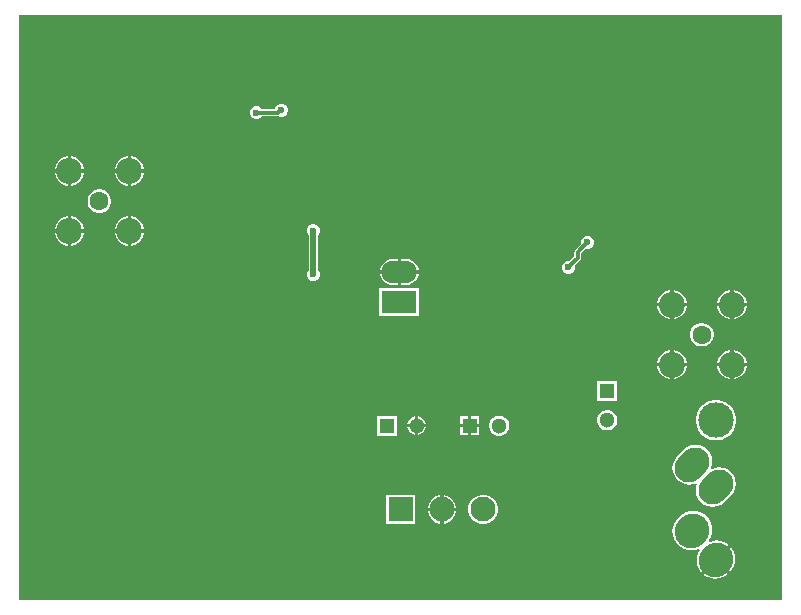
<source format=gbl>
G04*
G04 #@! TF.GenerationSoftware,Altium Limited,Altium Designer,21.9.1 (22)*
G04*
G04 Layer_Physical_Order=2*
G04 Layer_Color=16711680*
%FSAX44Y44*%
%MOMM*%
G71*
G04*
G04 #@! TF.SameCoordinates,86785AD5-1920-4A7D-B972-61179B801B7D*
G04*
G04*
G04 #@! TF.FilePolarity,Positive*
G04*
G01*
G75*
%ADD34C,2.2000*%
%ADD48C,0.3000*%
%ADD49C,0.5000*%
%ADD50O,3.0000X1.9000*%
%ADD51R,3.0000X1.9000*%
%ADD52C,1.6000*%
%ADD53R,1.3000X1.3000*%
%ADD54C,1.3000*%
G04:AMPARAMS|DCode=55|XSize=2.4mm|YSize=3.2mm|CornerRadius=0mm|HoleSize=0mm|Usage=FLASHONLY|Rotation=135.000|XOffset=0mm|YOffset=0mm|HoleType=Round|Shape=Round|*
%AMOVALD55*
21,1,0.8000,2.4000,0.0000,0.0000,225.0*
1,1,2.4000,0.2828,0.2828*
1,1,2.4000,-0.2828,-0.2828*
%
%ADD55OVALD55*%

G04:AMPARAMS|DCode=56|XSize=2.8mm|YSize=3mm|CornerRadius=0mm|HoleSize=0mm|Usage=FLASHONLY|Rotation=135.000|XOffset=0mm|YOffset=0mm|HoleType=Round|Shape=Round|*
%AMOVALD56*
21,1,0.2000,2.8000,0.0000,0.0000,225.0*
1,1,2.8000,0.0707,0.0707*
1,1,2.8000,-0.0707,-0.0707*
%
%ADD56OVALD56*%

%ADD57C,3.0000*%
%ADD58C,2.1000*%
%ADD59R,2.1000X2.1000*%
%ADD60R,1.3000X1.3000*%
%ADD61C,5.0000*%
%ADD62C,0.7000*%
%ADD63C,0.6000*%
G36*
X01998000Y01202000D02*
X01352000D01*
Y01698000D01*
X01998000D01*
Y01202000D01*
D02*
G37*
%LPC*%
G36*
X01575102Y01622540D02*
X01572898D01*
X01570862Y01621697D01*
X01569303Y01620138D01*
X01568460Y01618102D01*
Y01617824D01*
X01557827D01*
X01557697Y01618138D01*
X01556138Y01619697D01*
X01554102Y01620540D01*
X01551898D01*
X01549862Y01619697D01*
X01548303Y01618138D01*
X01547460Y01616102D01*
Y01613898D01*
X01548303Y01611862D01*
X01549862Y01610303D01*
X01551898Y01609460D01*
X01554102D01*
X01556138Y01610303D01*
X01557697Y01611862D01*
X01557827Y01612176D01*
X01571170D01*
X01572898Y01611460D01*
X01575102D01*
X01577138Y01612303D01*
X01578697Y01613862D01*
X01579540Y01615898D01*
Y01618102D01*
X01578697Y01620138D01*
X01577138Y01621697D01*
X01575102Y01622540D01*
D02*
G37*
G36*
X01396246Y01577900D02*
X01396100D01*
Y01566900D01*
X01407100D01*
Y01567046D01*
X01406248Y01570225D01*
X01404603Y01573075D01*
X01402275Y01575403D01*
X01399425Y01577048D01*
X01396246Y01577900D01*
D02*
G37*
G36*
X01447046D02*
X01446900D01*
Y01566900D01*
X01457900D01*
Y01567046D01*
X01457048Y01570225D01*
X01455403Y01573075D01*
X01453075Y01575403D01*
X01450225Y01577048D01*
X01447046Y01577900D01*
D02*
G37*
G36*
X01443900D02*
X01443754D01*
X01440575Y01577048D01*
X01437725Y01575403D01*
X01435397Y01573075D01*
X01433752Y01570225D01*
X01432900Y01567046D01*
Y01566900D01*
X01443900D01*
Y01577900D01*
D02*
G37*
G36*
X01393100D02*
X01392954D01*
X01389775Y01577048D01*
X01386925Y01575403D01*
X01384597Y01573075D01*
X01382952Y01570225D01*
X01382100Y01567046D01*
Y01566900D01*
X01393100D01*
Y01577900D01*
D02*
G37*
G36*
X01457900Y01563900D02*
X01446900D01*
Y01552900D01*
X01447046D01*
X01450225Y01553752D01*
X01453075Y01555397D01*
X01455403Y01557725D01*
X01457048Y01560575D01*
X01457900Y01563754D01*
Y01563900D01*
D02*
G37*
G36*
X01443900D02*
X01432900D01*
Y01563754D01*
X01433752Y01560575D01*
X01435397Y01557725D01*
X01437725Y01555397D01*
X01440575Y01553752D01*
X01443754Y01552900D01*
X01443900D01*
Y01563900D01*
D02*
G37*
G36*
X01407100D02*
X01396100D01*
Y01552900D01*
X01396246D01*
X01399425Y01553752D01*
X01402275Y01555397D01*
X01404603Y01557725D01*
X01406248Y01560575D01*
X01407100Y01563754D01*
Y01563900D01*
D02*
G37*
G36*
X01393100D02*
X01382100D01*
Y01563754D01*
X01382952Y01560575D01*
X01384597Y01557725D01*
X01386925Y01555397D01*
X01389775Y01553752D01*
X01392954Y01552900D01*
X01393100D01*
Y01563900D01*
D02*
G37*
G36*
X01421317Y01550000D02*
X01418683D01*
X01416140Y01549319D01*
X01413860Y01548002D01*
X01411998Y01546140D01*
X01410681Y01543860D01*
X01410000Y01541317D01*
Y01538683D01*
X01410681Y01536140D01*
X01411998Y01533860D01*
X01413860Y01531998D01*
X01416140Y01530681D01*
X01418683Y01530000D01*
X01421317D01*
X01423860Y01530681D01*
X01426140Y01531998D01*
X01428002Y01533860D01*
X01429319Y01536140D01*
X01430000Y01538683D01*
Y01541317D01*
X01429319Y01543860D01*
X01428002Y01546140D01*
X01426140Y01548002D01*
X01423860Y01549319D01*
X01421317Y01550000D01*
D02*
G37*
G36*
X01447046Y01527100D02*
X01446900D01*
Y01516100D01*
X01457900D01*
Y01516246D01*
X01457048Y01519425D01*
X01455403Y01522275D01*
X01453075Y01524603D01*
X01450225Y01526248D01*
X01447046Y01527100D01*
D02*
G37*
G36*
X01443900D02*
X01443754D01*
X01440575Y01526248D01*
X01437725Y01524603D01*
X01435397Y01522275D01*
X01433752Y01519425D01*
X01432900Y01516246D01*
Y01516100D01*
X01443900D01*
Y01527100D01*
D02*
G37*
G36*
X01396246D02*
X01396100D01*
Y01516100D01*
X01407100D01*
Y01516246D01*
X01406248Y01519425D01*
X01404603Y01522275D01*
X01402275Y01524603D01*
X01399425Y01526248D01*
X01396246Y01527100D01*
D02*
G37*
G36*
X01393100D02*
X01392954D01*
X01389775Y01526248D01*
X01386925Y01524603D01*
X01384597Y01522275D01*
X01382952Y01519425D01*
X01382100Y01516246D01*
Y01516100D01*
X01393100D01*
Y01527100D01*
D02*
G37*
G36*
X01457900Y01513100D02*
X01446900D01*
Y01502100D01*
X01447046D01*
X01450225Y01502952D01*
X01453075Y01504597D01*
X01455403Y01506925D01*
X01457048Y01509775D01*
X01457900Y01512954D01*
Y01513100D01*
D02*
G37*
G36*
X01443900D02*
X01432900D01*
Y01512954D01*
X01433752Y01509775D01*
X01435397Y01506925D01*
X01437725Y01504597D01*
X01440575Y01502952D01*
X01443754Y01502100D01*
X01443900D01*
Y01513100D01*
D02*
G37*
G36*
X01407100Y01513100D02*
X01396100D01*
Y01502100D01*
X01396246D01*
X01399425Y01502952D01*
X01402275Y01504597D01*
X01404603Y01506925D01*
X01406248Y01509775D01*
X01407100Y01512954D01*
Y01513100D01*
D02*
G37*
G36*
X01393100D02*
X01382100D01*
Y01512954D01*
X01382952Y01509775D01*
X01384597Y01506925D01*
X01386925Y01504597D01*
X01389775Y01502952D01*
X01392954Y01502100D01*
X01393100D01*
Y01513100D01*
D02*
G37*
G36*
X01834142Y01510540D02*
X01831938D01*
X01829902Y01509697D01*
X01828343Y01508138D01*
X01827500Y01506102D01*
Y01503898D01*
X01827630Y01503584D01*
X01823023Y01498977D01*
X01822411Y01498061D01*
X01822196Y01496980D01*
X01822196Y01496980D01*
Y01493190D01*
X01818416Y01489410D01*
X01818102Y01489540D01*
X01815898D01*
X01813862Y01488697D01*
X01812303Y01487138D01*
X01811460Y01485102D01*
Y01482898D01*
X01812303Y01480862D01*
X01813862Y01479303D01*
X01815898Y01478460D01*
X01818102D01*
X01820138Y01479303D01*
X01821697Y01480862D01*
X01822540Y01482898D01*
Y01485102D01*
X01822410Y01485416D01*
X01827017Y01490023D01*
X01827017Y01490023D01*
X01827629Y01490939D01*
X01827844Y01492020D01*
X01827844Y01492020D01*
Y01495810D01*
X01831624Y01499590D01*
X01831938Y01499460D01*
X01834142D01*
X01836178Y01500303D01*
X01837737Y01501862D01*
X01838580Y01503898D01*
Y01506102D01*
X01837737Y01508138D01*
X01836178Y01509697D01*
X01834142Y01510540D01*
D02*
G37*
G36*
X01679500Y01491095D02*
X01675500D01*
Y01481500D01*
X01690397D01*
X01690217Y01482872D01*
X01689108Y01485547D01*
X01687345Y01487845D01*
X01685047Y01489608D01*
X01682372Y01490717D01*
X01679500Y01491095D01*
D02*
G37*
G36*
X01672500D02*
X01668500D01*
X01665628Y01490717D01*
X01662953Y01489608D01*
X01660655Y01487845D01*
X01658891Y01485547D01*
X01657783Y01482872D01*
X01657603Y01481500D01*
X01672500D01*
Y01491095D01*
D02*
G37*
G36*
X01602102Y01520540D02*
X01599898D01*
X01597862Y01519697D01*
X01596303Y01518138D01*
X01595460Y01516102D01*
Y01513898D01*
X01596303Y01511862D01*
X01597156Y01511009D01*
Y01481991D01*
X01596303Y01481138D01*
X01595460Y01479102D01*
Y01476898D01*
X01596303Y01474862D01*
X01597862Y01473303D01*
X01599898Y01472460D01*
X01602102D01*
X01604138Y01473303D01*
X01605697Y01474862D01*
X01606540Y01476898D01*
Y01479102D01*
X01605697Y01481138D01*
X01604844Y01481991D01*
Y01511009D01*
X01605697Y01511862D01*
X01606540Y01513898D01*
Y01516102D01*
X01605697Y01518138D01*
X01604138Y01519697D01*
X01602102Y01520540D01*
D02*
G37*
G36*
X01690397Y01478500D02*
X01675500D01*
Y01468905D01*
X01679500D01*
X01682372Y01469283D01*
X01685047Y01470392D01*
X01687345Y01472155D01*
X01689108Y01474453D01*
X01690217Y01477128D01*
X01690397Y01478500D01*
D02*
G37*
G36*
X01672500D02*
X01657603D01*
X01657783Y01477128D01*
X01658891Y01474453D01*
X01660655Y01472155D01*
X01662953Y01470392D01*
X01665628Y01469283D01*
X01668500Y01468905D01*
X01672500D01*
Y01478500D01*
D02*
G37*
G36*
X01957046Y01464900D02*
X01956900D01*
Y01453900D01*
X01967900D01*
Y01454046D01*
X01967048Y01457225D01*
X01965403Y01460075D01*
X01963075Y01462402D01*
X01960225Y01464048D01*
X01957046Y01464900D01*
D02*
G37*
G36*
X01953900D02*
X01953754D01*
X01950575Y01464048D01*
X01947725Y01462402D01*
X01945397Y01460075D01*
X01943752Y01457225D01*
X01942900Y01454046D01*
Y01453900D01*
X01953900D01*
Y01464900D01*
D02*
G37*
G36*
X01906246D02*
X01906100D01*
Y01453900D01*
X01917100D01*
Y01454046D01*
X01916248Y01457225D01*
X01914603Y01460075D01*
X01912275Y01462402D01*
X01909425Y01464048D01*
X01906246Y01464900D01*
D02*
G37*
G36*
X01903100D02*
X01902954D01*
X01899775Y01464048D01*
X01896925Y01462402D01*
X01894597Y01460075D01*
X01892952Y01457225D01*
X01892100Y01454046D01*
Y01453900D01*
X01903100D01*
Y01464900D01*
D02*
G37*
G36*
X01691000Y01466100D02*
X01657000D01*
Y01443100D01*
X01691000D01*
Y01466100D01*
D02*
G37*
G36*
X01967900Y01450900D02*
X01956900D01*
Y01439900D01*
X01957046D01*
X01960225Y01440752D01*
X01963075Y01442397D01*
X01965403Y01444725D01*
X01967048Y01447575D01*
X01967900Y01450754D01*
Y01450900D01*
D02*
G37*
G36*
X01953900D02*
X01942900D01*
Y01450754D01*
X01943752Y01447575D01*
X01945397Y01444725D01*
X01947725Y01442397D01*
X01950575Y01440752D01*
X01953754Y01439900D01*
X01953900D01*
Y01450900D01*
D02*
G37*
G36*
X01917100Y01450900D02*
X01906100D01*
Y01439900D01*
X01906246D01*
X01909425Y01440752D01*
X01912275Y01442397D01*
X01914603Y01444725D01*
X01916248Y01447575D01*
X01917100Y01450754D01*
Y01450900D01*
D02*
G37*
G36*
X01903100D02*
X01892100D01*
Y01450754D01*
X01892952Y01447575D01*
X01894597Y01444725D01*
X01896925Y01442397D01*
X01899775Y01440752D01*
X01902954Y01439900D01*
X01903100D01*
Y01450900D01*
D02*
G37*
G36*
X01931317Y01437000D02*
X01928683D01*
X01926140Y01436319D01*
X01923860Y01435002D01*
X01921998Y01433140D01*
X01920681Y01430860D01*
X01920000Y01428316D01*
Y01425683D01*
X01920681Y01423140D01*
X01921998Y01420860D01*
X01923860Y01418998D01*
X01926140Y01417681D01*
X01928683Y01417000D01*
X01931317D01*
X01933860Y01417681D01*
X01936140Y01418998D01*
X01938002Y01420860D01*
X01939319Y01423140D01*
X01940000Y01425683D01*
Y01428316D01*
X01939319Y01430860D01*
X01938002Y01433140D01*
X01936140Y01435002D01*
X01933860Y01436319D01*
X01931317Y01437000D01*
D02*
G37*
G36*
X01957046Y01414100D02*
X01956900D01*
Y01403100D01*
X01967900D01*
Y01403246D01*
X01967048Y01406425D01*
X01965403Y01409275D01*
X01963075Y01411602D01*
X01960225Y01413248D01*
X01957046Y01414100D01*
D02*
G37*
G36*
X01953900D02*
X01953754D01*
X01950575Y01413248D01*
X01947725Y01411602D01*
X01945397Y01409275D01*
X01943752Y01406425D01*
X01942900Y01403246D01*
Y01403100D01*
X01953900D01*
Y01414100D01*
D02*
G37*
G36*
X01906246D02*
X01906100D01*
Y01403100D01*
X01917100D01*
Y01403246D01*
X01916248Y01406425D01*
X01914603Y01409275D01*
X01912275Y01411602D01*
X01909425Y01413248D01*
X01906246Y01414100D01*
D02*
G37*
G36*
X01903100D02*
X01902954D01*
X01899775Y01413248D01*
X01896925Y01411602D01*
X01894597Y01409275D01*
X01892952Y01406425D01*
X01892100Y01403246D01*
Y01403100D01*
X01903100D01*
Y01414100D01*
D02*
G37*
G36*
X01967900Y01400100D02*
X01956900D01*
Y01389100D01*
X01957046D01*
X01960225Y01389952D01*
X01963075Y01391597D01*
X01965403Y01393925D01*
X01967048Y01396775D01*
X01967900Y01399954D01*
Y01400100D01*
D02*
G37*
G36*
X01953900D02*
X01942900D01*
Y01399954D01*
X01943752Y01396775D01*
X01945397Y01393925D01*
X01947725Y01391597D01*
X01950575Y01389952D01*
X01953754Y01389100D01*
X01953900D01*
Y01400100D01*
D02*
G37*
G36*
X01917100Y01400100D02*
X01906100D01*
Y01389100D01*
X01906246D01*
X01909425Y01389952D01*
X01912275Y01391597D01*
X01914603Y01393925D01*
X01916248Y01396775D01*
X01917100Y01399954D01*
Y01400100D01*
D02*
G37*
G36*
X01903100D02*
X01892100D01*
Y01399954D01*
X01892952Y01396775D01*
X01894597Y01393925D01*
X01896925Y01391597D01*
X01899775Y01389952D01*
X01902954Y01389100D01*
X01903100D01*
Y01400100D01*
D02*
G37*
G36*
X01858500Y01388000D02*
X01841500D01*
Y01371000D01*
X01858500D01*
Y01388000D01*
D02*
G37*
G36*
X01741500Y01358000D02*
X01735000D01*
Y01351500D01*
X01741500D01*
Y01358000D01*
D02*
G37*
G36*
X01690000Y01357880D02*
Y01351500D01*
X01696380D01*
X01695955Y01353088D01*
X01694902Y01354912D01*
X01693412Y01356402D01*
X01691588Y01357455D01*
X01690000Y01357880D01*
D02*
G37*
G36*
X01687000Y01357880D02*
X01685412Y01357455D01*
X01683588Y01356402D01*
X01682098Y01354912D01*
X01681045Y01353088D01*
X01680620Y01351500D01*
X01687000D01*
Y01357880D01*
D02*
G37*
G36*
X01732000Y01358000D02*
X01725500D01*
Y01351500D01*
X01732000D01*
Y01358000D01*
D02*
G37*
G36*
X01851119Y01363000D02*
X01848881D01*
X01846719Y01362421D01*
X01844781Y01361302D01*
X01843198Y01359719D01*
X01842079Y01357781D01*
X01841500Y01355619D01*
Y01353381D01*
X01842079Y01351219D01*
X01843198Y01349281D01*
X01844781Y01347698D01*
X01846719Y01346579D01*
X01848881Y01346000D01*
X01851119D01*
X01853281Y01346579D01*
X01855219Y01347698D01*
X01856802Y01349281D01*
X01857921Y01351219D01*
X01858500Y01353381D01*
Y01355619D01*
X01857921Y01357781D01*
X01856802Y01359719D01*
X01855219Y01361302D01*
X01853281Y01362421D01*
X01851119Y01363000D01*
D02*
G37*
G36*
X01687000Y01348500D02*
X01680620D01*
X01681045Y01346912D01*
X01682098Y01345088D01*
X01683588Y01343598D01*
X01685412Y01342545D01*
X01687000Y01342120D01*
Y01348500D01*
D02*
G37*
G36*
X01696380D02*
X01690000D01*
Y01342120D01*
X01691588Y01342545D01*
X01693412Y01343598D01*
X01694902Y01345088D01*
X01695955Y01346912D01*
X01696380Y01348500D01*
D02*
G37*
G36*
X01741500D02*
X01735000D01*
Y01342000D01*
X01741500D01*
Y01348500D01*
D02*
G37*
G36*
X01732000D02*
X01725500D01*
Y01342000D01*
X01732000D01*
Y01348500D01*
D02*
G37*
G36*
X01759619Y01358500D02*
X01757381D01*
X01755219Y01357921D01*
X01753281Y01356802D01*
X01751698Y01355219D01*
X01750579Y01353281D01*
X01750000Y01351119D01*
Y01348881D01*
X01750579Y01346719D01*
X01751698Y01344781D01*
X01753281Y01343198D01*
X01755219Y01342079D01*
X01757381Y01341500D01*
X01759619D01*
X01761781Y01342079D01*
X01763719Y01343198D01*
X01765302Y01344781D01*
X01766421Y01346719D01*
X01767000Y01348881D01*
Y01351119D01*
X01766421Y01353281D01*
X01765302Y01355219D01*
X01763719Y01356802D01*
X01761781Y01357921D01*
X01759619Y01358500D01*
D02*
G37*
G36*
X01672000D02*
X01655000D01*
Y01341500D01*
X01672000D01*
Y01358500D01*
D02*
G37*
G36*
X01943674Y01371500D02*
X01940326D01*
X01937041Y01370847D01*
X01933947Y01369565D01*
X01931163Y01367705D01*
X01928795Y01365337D01*
X01926935Y01362552D01*
X01925653Y01359459D01*
X01925000Y01356174D01*
Y01352826D01*
X01925653Y01349541D01*
X01926935Y01346447D01*
X01928795Y01343663D01*
X01931163Y01341295D01*
X01933947Y01339435D01*
X01937041Y01338153D01*
X01940326Y01337500D01*
X01943674D01*
X01946959Y01338153D01*
X01950052Y01339435D01*
X01952837Y01341295D01*
X01955205Y01343663D01*
X01957065Y01346447D01*
X01958347Y01349541D01*
X01959000Y01352826D01*
Y01356174D01*
X01958347Y01359459D01*
X01957065Y01362552D01*
X01955205Y01365337D01*
X01952837Y01367705D01*
X01950052Y01369565D01*
X01946959Y01370847D01*
X01943674Y01371500D01*
D02*
G37*
G36*
X01924828Y01333949D02*
X01921174Y01333468D01*
X01917768Y01332057D01*
X01914843Y01329813D01*
X01909187Y01324156D01*
X01906943Y01321232D01*
X01905532Y01317826D01*
X01905051Y01314172D01*
X01905532Y01310517D01*
X01906943Y01307111D01*
X01909187Y01304187D01*
X01912111Y01301943D01*
X01915517Y01300532D01*
X01919172Y01300051D01*
X01922826Y01300532D01*
X01925286Y01301551D01*
X01926258Y01300579D01*
X01925532Y01298826D01*
X01925051Y01295172D01*
X01925532Y01291517D01*
X01926943Y01288111D01*
X01929187Y01285187D01*
X01932111Y01282943D01*
X01935517Y01281532D01*
X01939172Y01281051D01*
X01942826Y01281532D01*
X01946232Y01282943D01*
X01949156Y01285187D01*
X01954813Y01290844D01*
X01957057Y01293768D01*
X01958468Y01297174D01*
X01958949Y01300828D01*
X01958468Y01304483D01*
X01957057Y01307889D01*
X01954813Y01310813D01*
X01951889Y01313057D01*
X01948483Y01314468D01*
X01944828Y01314949D01*
X01941174Y01314468D01*
X01938714Y01313449D01*
X01937742Y01314421D01*
X01938468Y01316174D01*
X01938949Y01319828D01*
X01938468Y01323483D01*
X01937057Y01326889D01*
X01934813Y01329813D01*
X01931889Y01332057D01*
X01928483Y01333468D01*
X01924828Y01333949D01*
D02*
G37*
G36*
X01711580Y01291001D02*
X01711500D01*
Y01280501D01*
X01722000D01*
Y01280581D01*
X01721182Y01283633D01*
X01719602Y01286369D01*
X01717368Y01288603D01*
X01714632Y01290183D01*
X01711580Y01291001D01*
D02*
G37*
G36*
X01708500D02*
X01708420D01*
X01705368Y01290183D01*
X01702632Y01288603D01*
X01700397Y01286369D01*
X01698818Y01283633D01*
X01698000Y01280581D01*
Y01280501D01*
X01708500D01*
Y01291001D01*
D02*
G37*
G36*
X01722000Y01277501D02*
X01711500D01*
Y01267001D01*
X01711580D01*
X01714632Y01267819D01*
X01717368Y01269398D01*
X01719602Y01271633D01*
X01721182Y01274369D01*
X01722000Y01277421D01*
Y01277501D01*
D02*
G37*
G36*
X01708500D02*
X01698000D01*
Y01277421D01*
X01698818Y01274369D01*
X01700397Y01271633D01*
X01702632Y01269398D01*
X01705368Y01267819D01*
X01708420Y01267001D01*
X01708500D01*
Y01277501D01*
D02*
G37*
G36*
X01746646Y01291501D02*
X01743354D01*
X01740175Y01290649D01*
X01737325Y01289003D01*
X01734997Y01286676D01*
X01733352Y01283826D01*
X01732500Y01280647D01*
Y01277355D01*
X01733352Y01274176D01*
X01734997Y01271326D01*
X01737325Y01268998D01*
X01740175Y01267353D01*
X01743354Y01266501D01*
X01746646D01*
X01749825Y01267353D01*
X01752675Y01268998D01*
X01755002Y01271326D01*
X01756648Y01274176D01*
X01757500Y01277355D01*
Y01280647D01*
X01756648Y01283826D01*
X01755002Y01286676D01*
X01752675Y01289003D01*
X01749825Y01290649D01*
X01746646Y01291501D01*
D02*
G37*
G36*
X01687500D02*
X01662500D01*
Y01266501D01*
X01687500D01*
Y01291501D01*
D02*
G37*
G36*
X01954677Y01247055D02*
X01944122Y01236500D01*
X01954039Y01226582D01*
X01955657Y01228554D01*
X01957097Y01231247D01*
X01957983Y01234169D01*
X01958282Y01237207D01*
X01957983Y01240246D01*
X01957097Y01243167D01*
X01955657Y01245860D01*
X01954677Y01247055D01*
D02*
G37*
G36*
X01922707Y01277785D02*
X01919571Y01277476D01*
X01916555Y01276561D01*
X01913775Y01275075D01*
X01911339Y01273076D01*
X01909924Y01271661D01*
X01907925Y01269225D01*
X01906439Y01266445D01*
X01905524Y01263429D01*
X01905215Y01260293D01*
X01905524Y01257156D01*
X01906439Y01254140D01*
X01907925Y01251361D01*
X01909924Y01248924D01*
X01912361Y01246925D01*
X01915140Y01245439D01*
X01918156Y01244524D01*
X01921293Y01244215D01*
X01924429Y01244524D01*
X01927445Y01245439D01*
X01927569Y01245506D01*
X01928391Y01244505D01*
X01928343Y01244446D01*
X01926904Y01241753D01*
X01926017Y01238831D01*
X01925718Y01235793D01*
X01926017Y01232754D01*
X01926904Y01229833D01*
X01928343Y01227140D01*
X01929324Y01225945D01*
X01940939Y01237561D01*
X01952555Y01249176D01*
X01951360Y01250157D01*
X01948667Y01251597D01*
X01945746Y01252483D01*
X01942707Y01252782D01*
X01939669Y01252483D01*
X01936747Y01251597D01*
X01935932Y01252601D01*
X01936075Y01252775D01*
X01937561Y01255555D01*
X01938476Y01258571D01*
X01938784Y01261707D01*
X01938476Y01264844D01*
X01937561Y01267860D01*
X01936075Y01270639D01*
X01934075Y01273076D01*
X01931639Y01275075D01*
X01928860Y01276561D01*
X01925844Y01277476D01*
X01922707Y01277785D01*
D02*
G37*
G36*
X01942000Y01234379D02*
X01931445Y01223823D01*
X01932640Y01222843D01*
X01935333Y01221404D01*
X01938254Y01220517D01*
X01941293Y01220218D01*
X01944331Y01220517D01*
X01947253Y01221404D01*
X01949946Y01222843D01*
X01951918Y01224461D01*
X01942000Y01234379D01*
D02*
G37*
%LPD*%
D34*
X01394600Y01514600D02*
D03*
X01445400D02*
D03*
Y01565400D02*
D03*
X01394600D02*
D03*
X01904600Y01401600D02*
D03*
X01955400D02*
D03*
Y01452400D02*
D03*
X01904600D02*
D03*
D48*
X01553000Y01615000D02*
X01571188D01*
X01573188Y01617000D01*
X01574000D01*
X01825020Y01492020D02*
Y01496980D01*
X01817000Y01484000D02*
X01825020Y01492020D01*
Y01496980D02*
X01833040Y01505000D01*
D49*
X01601000Y01478000D02*
Y01515000D01*
D50*
X01674000Y01480000D02*
D03*
D51*
Y01454600D02*
D03*
D52*
X01420000Y01540000D02*
D03*
X01930000Y01427000D02*
D03*
D53*
X01850000Y01379500D02*
D03*
D54*
Y01354500D02*
D03*
X01688500Y01350000D02*
D03*
X01758500D02*
D03*
D55*
X01922000Y01317000D02*
D03*
X01942000Y01298000D02*
D03*
D56*
X01922000Y01261000D02*
D03*
X01942000Y01236500D02*
D03*
D57*
Y01354500D02*
D03*
D58*
X01710000Y01279001D02*
D03*
X01745000D02*
D03*
D59*
X01675000D02*
D03*
D60*
X01663500Y01350000D02*
D03*
X01733500D02*
D03*
D61*
X01400000Y01650000D02*
D03*
X01950000D02*
D03*
X01850000Y01250000D02*
D03*
X01400000D02*
D03*
D62*
X01950000Y01600000D02*
D03*
Y01550000D02*
D03*
Y01500000D02*
D03*
X01900000Y01650000D02*
D03*
Y01600000D02*
D03*
Y01550000D02*
D03*
Y01350000D02*
D03*
Y01300000D02*
D03*
Y01250000D02*
D03*
X01850000Y01650000D02*
D03*
Y01600000D02*
D03*
Y01550000D02*
D03*
Y01450000D02*
D03*
Y01300000D02*
D03*
X01800000Y01650000D02*
D03*
Y01600000D02*
D03*
Y01550000D02*
D03*
Y01450000D02*
D03*
Y01400000D02*
D03*
Y01350000D02*
D03*
Y01300000D02*
D03*
Y01250000D02*
D03*
X01750000Y01650000D02*
D03*
Y01600000D02*
D03*
Y01450000D02*
D03*
Y01250000D02*
D03*
X01700000Y01650000D02*
D03*
Y01600000D02*
D03*
Y01500000D02*
D03*
Y01400000D02*
D03*
Y01350000D02*
D03*
Y01300000D02*
D03*
Y01250000D02*
D03*
X01650000Y01400000D02*
D03*
Y01300000D02*
D03*
Y01250000D02*
D03*
X01600000Y01650000D02*
D03*
Y01450000D02*
D03*
Y01400000D02*
D03*
Y01350000D02*
D03*
Y01300000D02*
D03*
Y01250000D02*
D03*
X01550000Y01650000D02*
D03*
Y01600000D02*
D03*
Y01500000D02*
D03*
Y01450000D02*
D03*
Y01400000D02*
D03*
Y01350000D02*
D03*
Y01300000D02*
D03*
Y01250000D02*
D03*
X01500000Y01650000D02*
D03*
Y01600000D02*
D03*
Y01500000D02*
D03*
Y01450000D02*
D03*
Y01400000D02*
D03*
Y01350000D02*
D03*
Y01300000D02*
D03*
Y01250000D02*
D03*
X01450000Y01650000D02*
D03*
Y01600000D02*
D03*
Y01450000D02*
D03*
Y01400000D02*
D03*
Y01350000D02*
D03*
Y01300000D02*
D03*
Y01250000D02*
D03*
X01400000Y01600000D02*
D03*
Y01550000D02*
D03*
Y01450000D02*
D03*
Y01400000D02*
D03*
Y01350000D02*
D03*
Y01300000D02*
D03*
D63*
X01482000Y01514000D02*
D03*
X01574000Y01617000D02*
D03*
X01553000Y01615000D02*
D03*
X01550000Y01564000D02*
D03*
X01560000Y01562000D02*
D03*
X01587000Y01552000D02*
D03*
X01561000Y01519000D02*
D03*
X01587000Y01533040D02*
D03*
X01617000Y01532000D02*
D03*
X01643960Y01525000D02*
D03*
X01825000Y01318000D02*
D03*
X01817000Y01484000D02*
D03*
X01833040Y01505000D02*
D03*
X01696000Y01613000D02*
D03*
X01642000Y01643000D02*
D03*
X01613000Y01613000D02*
D03*
X01607000Y01593000D02*
D03*
Y01576000D02*
D03*
X01601000Y01515000D02*
D03*
Y01478000D02*
D03*
X01688000Y01527000D02*
D03*
X01669000Y01528000D02*
D03*
X01679000Y01527000D02*
D03*
X01704000Y01531000D02*
D03*
X01757000Y01556000D02*
D03*
X01758000Y01541000D02*
D03*
X01930000Y01490000D02*
D03*
X01915000Y01523000D02*
D03*
X01762000Y01493000D02*
D03*
X01884000Y01535000D02*
D03*
X01835000Y01483000D02*
D03*
X01814000Y01495000D02*
D03*
M02*

</source>
